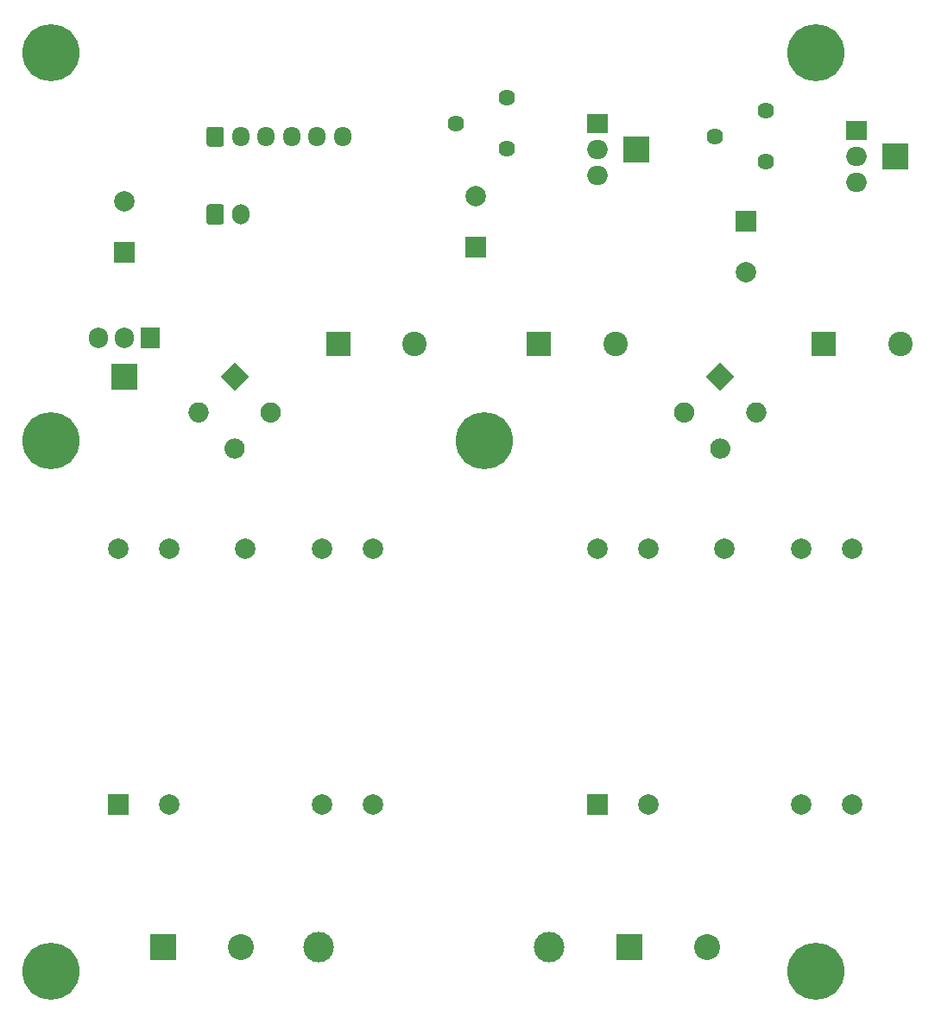
<source format=gbr>
G04 #@! TF.GenerationSoftware,KiCad,Pcbnew,5.1.9-73d0e3b20d~88~ubuntu20.04.1*
G04 #@! TF.CreationDate,2021-01-30T11:56:24+01:00*
G04 #@! TF.ProjectId,FY6600_Power_Supply,46593636-3030-45f5-906f-7765725f5375,1.0*
G04 #@! TF.SameCoordinates,Original*
G04 #@! TF.FileFunction,Soldermask,Bot*
G04 #@! TF.FilePolarity,Negative*
%FSLAX46Y46*%
G04 Gerber Fmt 4.6, Leading zero omitted, Abs format (unit mm)*
G04 Created by KiCad (PCBNEW 5.1.9-73d0e3b20d~88~ubuntu20.04.1) date 2021-01-30 11:56:24*
%MOMM*%
%LPD*%
G01*
G04 APERTURE LIST*
%ADD10O,1.700000X2.000000*%
%ADD11C,5.600000*%
%ADD12O,2.000000X1.905000*%
%ADD13R,2.000000X1.905000*%
%ADD14O,1.905000X2.000000*%
%ADD15R,1.905000X2.000000*%
%ADD16C,2.000000*%
%ADD17R,2.000000X2.000000*%
%ADD18C,2.540000*%
%ADD19R,2.540000X2.540000*%
%ADD20C,1.620000*%
%ADD21O,1.700000X1.950000*%
%ADD22R,2.500000X2.500000*%
%ADD23C,3.000000*%
%ADD24C,0.100000*%
%ADD25C,2.400000*%
%ADD26R,2.400000X2.400000*%
G04 APERTURE END LIST*
D10*
X73620000Y-62865000D03*
G36*
G01*
X70270000Y-63615000D02*
X70270000Y-62115000D01*
G75*
G02*
X70520000Y-61865000I250000J0D01*
G01*
X71720000Y-61865000D01*
G75*
G02*
X71970000Y-62115000I0J-250000D01*
G01*
X71970000Y-63615000D01*
G75*
G02*
X71720000Y-63865000I-250000J0D01*
G01*
X70520000Y-63865000D01*
G75*
G02*
X70270000Y-63615000I0J250000D01*
G01*
G37*
D11*
X130000000Y-47000000D03*
X55000000Y-47000000D03*
D12*
X108585000Y-59055000D03*
X108585000Y-56515000D03*
D13*
X108585000Y-53975000D03*
D12*
X133985000Y-59690000D03*
X133985000Y-57150000D03*
D13*
X133985000Y-54610000D03*
D14*
X59690000Y-74930000D03*
X62230000Y-74930000D03*
D15*
X64770000Y-74930000D03*
D16*
X108585000Y-95650000D03*
X113585000Y-95650000D03*
X121085000Y-95650000D03*
X128585000Y-95650000D03*
X133585000Y-95650000D03*
X133585000Y-120650000D03*
X128585000Y-120650000D03*
X113585000Y-120650000D03*
D17*
X108585000Y-120650000D03*
D16*
X61595000Y-95650000D03*
X66595000Y-95650000D03*
X74095000Y-95650000D03*
X81595000Y-95650000D03*
X86595000Y-95650000D03*
X86595000Y-120650000D03*
X81595000Y-120650000D03*
X66595000Y-120650000D03*
D17*
X61595000Y-120650000D03*
D18*
X119380000Y-134620000D03*
D19*
X111760000Y-134620000D03*
D20*
X99695000Y-51435000D03*
X94695000Y-53935000D03*
X99695000Y-56435000D03*
X125095000Y-52705000D03*
X120095000Y-55205000D03*
X125095000Y-57705000D03*
D21*
X83620000Y-55245000D03*
X81120000Y-55245000D03*
X78620000Y-55245000D03*
X76120000Y-55245000D03*
X73620000Y-55245000D03*
G36*
G01*
X70270000Y-55970000D02*
X70270000Y-54520000D01*
G75*
G02*
X70520000Y-54270000I250000J0D01*
G01*
X71720000Y-54270000D01*
G75*
G02*
X71970000Y-54520000I0J-250000D01*
G01*
X71970000Y-55970000D01*
G75*
G02*
X71720000Y-56220000I-250000J0D01*
G01*
X70520000Y-56220000D01*
G75*
G02*
X70270000Y-55970000I0J250000D01*
G01*
G37*
D18*
X73660000Y-134620000D03*
D19*
X66040000Y-134620000D03*
D22*
X112395000Y-56515000D03*
X137795000Y-57150000D03*
X62230000Y-78740000D03*
D11*
X55000000Y-85000000D03*
X97500000Y-85000000D03*
X130000000Y-137000000D03*
X55000000Y-137000000D03*
D23*
X103880000Y-134620000D03*
X81280000Y-134620000D03*
D24*
G36*
X119235786Y-78740000D02*
G01*
X120650000Y-77325786D01*
X122064214Y-78740000D01*
X120650000Y-80154214D01*
X119235786Y-78740000D01*
G37*
G36*
G01*
X119942893Y-85103961D02*
X119942893Y-85103961D01*
G75*
G02*
X121357107Y-85103961I707107J-707107D01*
G01*
X121357107Y-85103961D01*
G75*
G02*
X121357107Y-86518175I-707107J-707107D01*
G01*
X121357107Y-86518175D01*
G75*
G02*
X119942893Y-86518175I-707107J707107D01*
G01*
X119942893Y-86518175D01*
G75*
G02*
X119942893Y-85103961I707107J707107D01*
G01*
G37*
G36*
G01*
X116407359Y-81568427D02*
X116407359Y-81568427D01*
G75*
G02*
X117821573Y-81568427I707107J-707107D01*
G01*
X117821573Y-81568427D01*
G75*
G02*
X117821573Y-82982641I-707107J-707107D01*
G01*
X117821573Y-82982641D01*
G75*
G02*
X116407359Y-82982641I-707107J707107D01*
G01*
X116407359Y-82982641D01*
G75*
G02*
X116407359Y-81568427I707107J707107D01*
G01*
G37*
G36*
G01*
X123478427Y-81568427D02*
X123478427Y-81568427D01*
G75*
G02*
X124892641Y-81568427I707107J-707107D01*
G01*
X124892641Y-81568427D01*
G75*
G02*
X124892641Y-82982641I-707107J-707107D01*
G01*
X124892641Y-82982641D01*
G75*
G02*
X123478427Y-82982641I-707107J707107D01*
G01*
X123478427Y-82982641D01*
G75*
G02*
X123478427Y-81568427I707107J707107D01*
G01*
G37*
G36*
X71610786Y-78740000D02*
G01*
X73025000Y-77325786D01*
X74439214Y-78740000D01*
X73025000Y-80154214D01*
X71610786Y-78740000D01*
G37*
G36*
G01*
X72317893Y-85103961D02*
X72317893Y-85103961D01*
G75*
G02*
X73732107Y-85103961I707107J-707107D01*
G01*
X73732107Y-85103961D01*
G75*
G02*
X73732107Y-86518175I-707107J-707107D01*
G01*
X73732107Y-86518175D01*
G75*
G02*
X72317893Y-86518175I-707107J707107D01*
G01*
X72317893Y-86518175D01*
G75*
G02*
X72317893Y-85103961I707107J707107D01*
G01*
G37*
G36*
G01*
X68782359Y-81568427D02*
X68782359Y-81568427D01*
G75*
G02*
X70196573Y-81568427I707107J-707107D01*
G01*
X70196573Y-81568427D01*
G75*
G02*
X70196573Y-82982641I-707107J-707107D01*
G01*
X70196573Y-82982641D01*
G75*
G02*
X68782359Y-82982641I-707107J707107D01*
G01*
X68782359Y-82982641D01*
G75*
G02*
X68782359Y-81568427I707107J707107D01*
G01*
G37*
G36*
G01*
X75853427Y-81568427D02*
X75853427Y-81568427D01*
G75*
G02*
X77267641Y-81568427I707107J-707107D01*
G01*
X77267641Y-81568427D01*
G75*
G02*
X77267641Y-82982641I-707107J-707107D01*
G01*
X77267641Y-82982641D01*
G75*
G02*
X75853427Y-82982641I-707107J707107D01*
G01*
X75853427Y-82982641D01*
G75*
G02*
X75853427Y-81568427I707107J707107D01*
G01*
G37*
D16*
X96647000Y-61040000D03*
D17*
X96647000Y-66040000D03*
D25*
X110370000Y-75565000D03*
D26*
X102870000Y-75565000D03*
D16*
X123190000Y-68500000D03*
D17*
X123190000Y-63500000D03*
D25*
X138310000Y-75565000D03*
D26*
X130810000Y-75565000D03*
D16*
X62230000Y-61548000D03*
D17*
X62230000Y-66548000D03*
D25*
X90685000Y-75565000D03*
D26*
X83185000Y-75565000D03*
M02*

</source>
